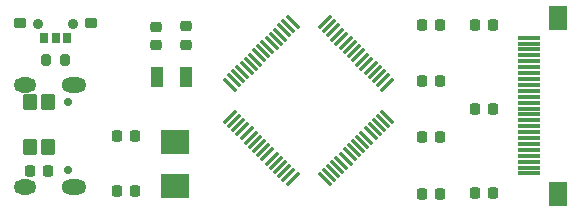
<source format=gbr>
%TF.GenerationSoftware,KiCad,Pcbnew,(6.0.6-1)-1*%
%TF.CreationDate,2022-08-11T03:14:31+08:00*%
%TF.ProjectId,card,63617264-2e6b-4696-9361-645f70636258,rev?*%
%TF.SameCoordinates,Original*%
%TF.FileFunction,Soldermask,Top*%
%TF.FilePolarity,Negative*%
%FSLAX46Y46*%
G04 Gerber Fmt 4.6, Leading zero omitted, Abs format (unit mm)*
G04 Created by KiCad (PCBNEW (6.0.6-1)-1) date 2022-08-11 03:14:31*
%MOMM*%
%LPD*%
G01*
G04 APERTURE LIST*
G04 Aperture macros list*
%AMRoundRect*
0 Rectangle with rounded corners*
0 $1 Rounding radius*
0 $2 $3 $4 $5 $6 $7 $8 $9 X,Y pos of 4 corners*
0 Add a 4 corners polygon primitive as box body*
4,1,4,$2,$3,$4,$5,$6,$7,$8,$9,$2,$3,0*
0 Add four circle primitives for the rounded corners*
1,1,$1+$1,$2,$3*
1,1,$1+$1,$4,$5*
1,1,$1+$1,$6,$7*
1,1,$1+$1,$8,$9*
0 Add four rect primitives between the rounded corners*
20,1,$1+$1,$2,$3,$4,$5,0*
20,1,$1+$1,$4,$5,$6,$7,0*
20,1,$1+$1,$6,$7,$8,$9,0*
20,1,$1+$1,$8,$9,$2,$3,0*%
G04 Aperture macros list end*
%ADD10O,1.901600X1.301600*%
%ADD11O,2.101600X1.301600*%
%ADD12C,0.700000*%
%ADD13R,2.400000X2.000000*%
%ADD14C,0.899200*%
%ADD15RoundRect,0.050800X-0.299700X0.350500X-0.299700X-0.350500X0.299700X-0.350500X0.299700X0.350500X0*%
%ADD16RoundRect,0.050800X-0.449600X-0.350500X0.449600X-0.350500X0.449600X0.350500X-0.449600X0.350500X0*%
%ADD17RoundRect,0.225000X-0.225000X-0.250000X0.225000X-0.250000X0.225000X0.250000X-0.225000X0.250000X0*%
%ADD18RoundRect,0.200000X-0.200000X-0.275000X0.200000X-0.275000X0.200000X0.275000X-0.200000X0.275000X0*%
%ADD19RoundRect,0.225000X0.225000X0.250000X-0.225000X0.250000X-0.225000X-0.250000X0.225000X-0.250000X0*%
%ADD20RoundRect,0.225000X0.250000X-0.225000X0.250000X0.225000X-0.250000X0.225000X-0.250000X-0.225000X0*%
%ADD21R,1.000000X1.800000*%
%ADD22RoundRect,0.075000X-0.441942X-0.548008X0.548008X0.441942X0.441942X0.548008X-0.548008X-0.441942X0*%
%ADD23RoundRect,0.075000X0.441942X-0.548008X0.548008X-0.441942X-0.441942X0.548008X-0.548008X0.441942X0*%
%ADD24RoundRect,0.050800X-0.900450X0.149850X-0.900450X-0.149850X0.900450X-0.149850X0.900450X0.149850X0*%
%ADD25RoundRect,0.050800X-0.750550X-0.999500X0.750550X-0.999500X0.750550X0.999500X-0.750550X0.999500X0*%
%ADD26RoundRect,0.050800X0.500400X0.624850X-0.500400X0.624850X-0.500400X-0.624850X0.500400X-0.624850X0*%
G04 APERTURE END LIST*
D10*
%TO.C,USB1*%
X28701584Y-30363632D03*
X28701584Y-39003732D03*
D11*
X32881684Y-30363632D03*
X32881684Y-39003732D03*
D12*
X32351484Y-31793632D03*
X32351484Y-37573632D03*
%TD*%
D13*
%TO.C,Y1*%
X41387858Y-35196814D03*
X41387858Y-38896814D03*
%TD*%
D14*
%TO.C,SW1*%
X32780825Y-25252064D03*
X29781125Y-25252064D03*
D15*
X32283025Y-26438264D03*
X30281425Y-26438264D03*
D16*
X28282525Y-25178464D03*
X34281925Y-25178464D03*
D15*
X31282225Y-26438264D03*
%TD*%
D17*
%TO.C,C13*%
X62280748Y-34827884D03*
X63830748Y-34827884D03*
%TD*%
D18*
%TO.C,R3*%
X30440218Y-28268957D03*
X32090218Y-28268957D03*
%TD*%
D19*
%TO.C,C3*%
X30642146Y-37629399D03*
X29092146Y-37629399D03*
%TD*%
D20*
%TO.C,C22*%
X39786828Y-26991152D03*
X39786828Y-25441152D03*
%TD*%
D21*
%TO.C,Y2*%
X42362377Y-29697894D03*
X39862377Y-29697894D03*
%TD*%
D17*
%TO.C,C11*%
X62280748Y-25297104D03*
X63830748Y-25297104D03*
%TD*%
%TO.C,C17*%
X66757499Y-25331331D03*
X68307499Y-25331331D03*
%TD*%
D22*
%TO.C,U2*%
X46041111Y-33077206D03*
X46394664Y-33430759D03*
X46748217Y-33784312D03*
X47101771Y-34137866D03*
X47455324Y-34491419D03*
X47808878Y-34844973D03*
X48162431Y-35198526D03*
X48515984Y-35552079D03*
X48869538Y-35905633D03*
X49223091Y-36259186D03*
X49576644Y-36612739D03*
X49930198Y-36966293D03*
X50283751Y-37319846D03*
X50637305Y-37673400D03*
X50990858Y-38026953D03*
X51344411Y-38380506D03*
D23*
X54066773Y-38380506D03*
X54420326Y-38026953D03*
X54773879Y-37673400D03*
X55127433Y-37319846D03*
X55480986Y-36966293D03*
X55834540Y-36612739D03*
X56188093Y-36259186D03*
X56541646Y-35905633D03*
X56895200Y-35552079D03*
X57248753Y-35198526D03*
X57602306Y-34844973D03*
X57955860Y-34491419D03*
X58309413Y-34137866D03*
X58662967Y-33784312D03*
X59016520Y-33430759D03*
X59370073Y-33077206D03*
D22*
X59370073Y-30354844D03*
X59016520Y-30001291D03*
X58662967Y-29647738D03*
X58309413Y-29294184D03*
X57955860Y-28940631D03*
X57602306Y-28587077D03*
X57248753Y-28233524D03*
X56895200Y-27879971D03*
X56541646Y-27526417D03*
X56188093Y-27172864D03*
X55834540Y-26819311D03*
X55480986Y-26465757D03*
X55127433Y-26112204D03*
X54773879Y-25758650D03*
X54420326Y-25405097D03*
X54066773Y-25051544D03*
D23*
X51344411Y-25051544D03*
X50990858Y-25405097D03*
X50637305Y-25758650D03*
X50283751Y-26112204D03*
X49930198Y-26465757D03*
X49576644Y-26819311D03*
X49223091Y-27172864D03*
X48869538Y-27526417D03*
X48515984Y-27879971D03*
X48162431Y-28233524D03*
X47808878Y-28587077D03*
X47455324Y-28940631D03*
X47101771Y-29294184D03*
X46748217Y-29647738D03*
X46394664Y-30001291D03*
X46041111Y-30354844D03*
%TD*%
D17*
%TO.C,C19*%
X66757499Y-39543890D03*
X68307499Y-39543890D03*
%TD*%
D19*
%TO.C,C15*%
X38020815Y-39398510D03*
X36470815Y-39398510D03*
%TD*%
%TO.C,C9*%
X38020815Y-34746219D03*
X36470815Y-34746219D03*
%TD*%
D24*
%TO.C,P1*%
X71367002Y-26378010D03*
X71367002Y-26878410D03*
X71367002Y-27378810D03*
X71367002Y-27879210D03*
X71367002Y-28379610D03*
X71367002Y-28877410D03*
X71367002Y-29377810D03*
X71367002Y-29878210D03*
X71367002Y-30378510D03*
X71367002Y-30878910D03*
X71367002Y-31379310D03*
X71367002Y-31879710D03*
X71367002Y-32377510D03*
X71367002Y-32877910D03*
X71367002Y-33378310D03*
X71367002Y-33878710D03*
X71367002Y-34379010D03*
X71367002Y-34879410D03*
X71367002Y-35377310D03*
X71367002Y-35877610D03*
X71367002Y-36378010D03*
X71367002Y-36878410D03*
X71367002Y-37378810D03*
X71367002Y-37879210D03*
D25*
X73815602Y-39578410D03*
X73815602Y-24678810D03*
%TD*%
D20*
%TO.C,C21*%
X42309872Y-26972600D03*
X42309872Y-25422600D03*
%TD*%
D17*
%TO.C,C18*%
X66757499Y-32437610D03*
X68307499Y-32437610D03*
%TD*%
%TO.C,C14*%
X62280748Y-39593274D03*
X63830748Y-39593274D03*
%TD*%
D26*
%TO.C,SW2*%
X29120780Y-35606994D03*
X29120780Y-31857994D03*
X30619380Y-35606994D03*
X30619380Y-31857994D03*
%TD*%
D17*
%TO.C,C12*%
X62280748Y-30062494D03*
X63830748Y-30062494D03*
%TD*%
M02*

</source>
